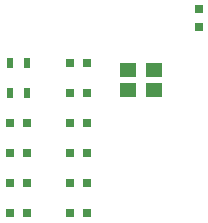
<source format=gbr>
G04 #@! TF.FileFunction,Paste,Bot*
%FSLAX46Y46*%
G04 Gerber Fmt 4.6, Leading zero omitted, Abs format (unit mm)*
G04 Created by KiCad (PCBNEW 4.0.6) date Tuesday 03. October 2017 15.24.42*
%MOMM*%
%LPD*%
G01*
G04 APERTURE LIST*
%ADD10C,0.100000*%
%ADD11R,0.750000X0.800000*%
%ADD12R,0.800000X0.750000*%
%ADD13R,0.500000X0.900000*%
%ADD14R,1.400000X1.200000*%
G04 APERTURE END LIST*
D10*
D11*
X186690000Y-98540000D03*
X186690000Y-97040000D03*
D12*
X177280000Y-114300000D03*
X175780000Y-114300000D03*
X177280000Y-111760000D03*
X175780000Y-111760000D03*
X177280000Y-109220000D03*
X175780000Y-109220000D03*
X177280000Y-106680000D03*
X175780000Y-106680000D03*
X177280000Y-104140000D03*
X175780000Y-104140000D03*
X177280000Y-101600000D03*
X175780000Y-101600000D03*
X172200000Y-114300000D03*
X170700000Y-114300000D03*
X172200000Y-111760000D03*
X170700000Y-111760000D03*
X172200000Y-109220000D03*
X170700000Y-109220000D03*
X172200000Y-106680000D03*
X170700000Y-106680000D03*
D13*
X170700000Y-104140000D03*
X172200000Y-104140000D03*
X172200000Y-101600000D03*
X170700000Y-101600000D03*
D14*
X182938600Y-103897800D03*
X180738600Y-103897800D03*
X180738600Y-102197800D03*
X182938600Y-102197800D03*
M02*

</source>
